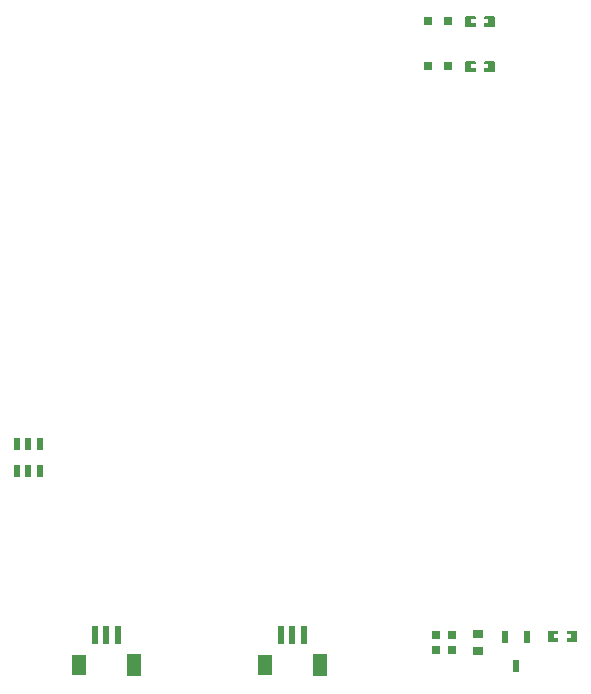
<source format=gtp>
G04 Layer: TopPasteMaskLayer*
G04 EasyEDA v6.5.29, 2023-07-09 12:24:00*
G04 97f15dd9b7304d05b9f7bb3fd5aabb56,5a6b42c53f6a479593ecc07194224c93,10*
G04 Gerber Generator version 0.2*
G04 Scale: 100 percent, Rotated: No, Reflected: No *
G04 Dimensions in millimeters *
G04 leading zeros omitted , absolute positions ,4 integer and 5 decimal *
%FSLAX45Y45*%
%MOMM*%

%AMMACRO1*21,1,$1,$2,0,0,$3*%
%ADD10R,0.8000X0.8000*%
%ADD11R,0.9000X0.8000*%
%ADD12R,1.2000X1.8000*%
%ADD13MACRO1,1.2014X1.7983X0.0000*%
%ADD14R,0.6000X1.5500*%
%ADD15R,0.6000X1.0700*%
%ADD16R,0.5320X1.0720*%

%LPD*%
G36*
X4268622Y5696508D02*
G01*
X4263593Y5691479D01*
X4263593Y5668721D01*
X4300575Y5668721D01*
X4300575Y5635701D01*
X4263593Y5635701D01*
X4263593Y5611520D01*
X4268622Y5606491D01*
X4348581Y5606491D01*
X4353610Y5611520D01*
X4353610Y5691479D01*
X4348581Y5696508D01*
G37*
G36*
X4109618Y5696508D02*
G01*
X4104589Y5691479D01*
X4104589Y5611520D01*
X4109618Y5606491D01*
X4188612Y5606491D01*
X4193590Y5611520D01*
X4193590Y5635701D01*
X4155592Y5635701D01*
X4155592Y5668721D01*
X4193590Y5668721D01*
X4193590Y5691479D01*
X4188612Y5696508D01*
G37*
G36*
X4268622Y5315508D02*
G01*
X4263593Y5310479D01*
X4263593Y5287721D01*
X4300575Y5287721D01*
X4300575Y5254701D01*
X4263593Y5254701D01*
X4263593Y5230520D01*
X4268622Y5225491D01*
X4348581Y5225491D01*
X4353610Y5230520D01*
X4353610Y5310479D01*
X4348581Y5315508D01*
G37*
G36*
X4109618Y5315508D02*
G01*
X4104589Y5310479D01*
X4104589Y5230520D01*
X4109618Y5225491D01*
X4188612Y5225491D01*
X4193590Y5230520D01*
X4193590Y5254701D01*
X4155592Y5254701D01*
X4155592Y5287721D01*
X4193590Y5287721D01*
X4193590Y5310479D01*
X4188612Y5315508D01*
G37*
G36*
X4967122Y489508D02*
G01*
X4962093Y484479D01*
X4962093Y461721D01*
X4999075Y461721D01*
X4999075Y428701D01*
X4962093Y428701D01*
X4962093Y404520D01*
X4967122Y399491D01*
X5047081Y399491D01*
X5052110Y404520D01*
X5052110Y484479D01*
X5047081Y489508D01*
G37*
G36*
X4808118Y489508D02*
G01*
X4803089Y484479D01*
X4803089Y404520D01*
X4808118Y399491D01*
X4887112Y399491D01*
X4892090Y404520D01*
X4892090Y428701D01*
X4854092Y428701D01*
X4854092Y461721D01*
X4892090Y461721D01*
X4892090Y484479D01*
X4887112Y489508D01*
G37*
D10*
G01*
X3989298Y458698D03*
G01*
X3989298Y328701D03*
G01*
X3859301Y328701D03*
G01*
X3859301Y458698D03*
D11*
G01*
X4216400Y323697D03*
G01*
X4216400Y463702D03*
D12*
G01*
X836803Y203962D03*
D13*
G01*
X1296786Y203974D03*
D14*
G01*
X1166825Y456437D03*
G01*
X1066825Y456437D03*
G01*
X966825Y456437D03*
D12*
G01*
X2411602Y203962D03*
D13*
G01*
X2871586Y203974D03*
D14*
G01*
X2741625Y456437D03*
G01*
X2641625Y456437D03*
G01*
X2541625Y456437D03*
D10*
G01*
X3958590Y5270500D03*
G01*
X3788409Y5270500D03*
G01*
X3958590Y5651500D03*
G01*
X3788409Y5651500D03*
D15*
G01*
X4628895Y440994D03*
G01*
X4438904Y440994D03*
G01*
X4533900Y194005D03*
D16*
G01*
X501395Y2070709D03*
G01*
X406400Y2070709D03*
G01*
X311404Y2070709D03*
G01*
X311404Y1840890D03*
G01*
X406400Y1840890D03*
G01*
X501395Y1840890D03*
M02*

</source>
